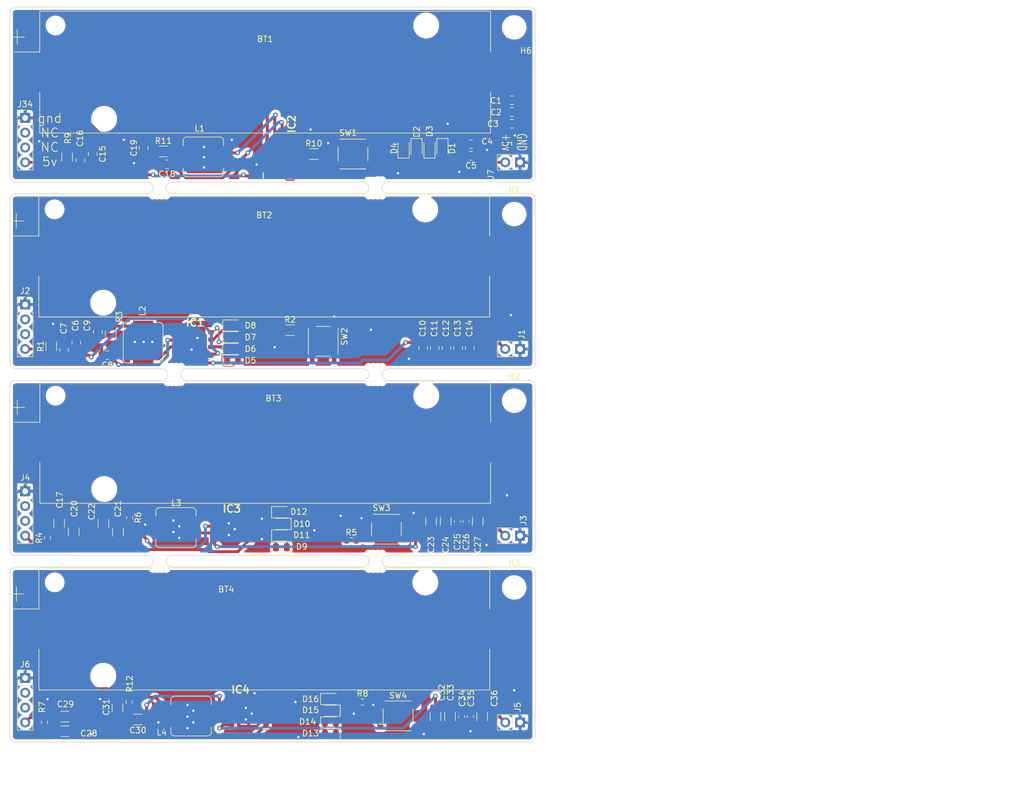
<source format=kicad_pcb>
(kicad_pcb (version 20211014) (generator pcbnew)
  (layers (0 "F.Cu" signal) (31 "B.Cu" signal) (34 "B.Paste" user) (35 "F.Paste" user) (36 "B.SilkS" user "B.Silkscreen") (37 "F.SilkS" user "F.Silkscreen") (38 "B.Mask" user) (39 "F.Mask" user) (44 "Edge.Cuts" user))
  (net 0 "")
  (net 1 "/power_batt_ind/battery + 5v")
  (net 2 "/power_batt_ind/gnd")
  (net 3 "Net-(C6-Pad1)")
  (net 4 "/power_batt_ind/5v input")
  (net 5 "/power_batt_ind/charger output +5v")
  (net 6 "Net-(D5-Pad1)")
  (net 7 "Net-(D5-Pad2)")
  (net 8 "Net-(D7-Pad2)")
  (net 11 "Net-(IC1-Pad7)")
  (net 12 "Net-(C15-Pad1)")
  (net 13 "Net-(IC1-Pad5)")
  (net 14 "Net-(R2-Pad2)")
  (net 15 "Net-(R10-Pad2)")
  (net 16 "/power_batt_size/battery + 5v")
  (net 17 "/power_batt_size/gnd")
  (net 18 "Net-(C8-Pad1)")
  (net 19 "Net-(C17-Pad1)")
  (net 20 "Net-(D1-Pad2)")
  (net 21 "Net-(D3-Pad2)")
  (net 22 "Net-(D1-Pad1)")
  (net 23 "/power_batt_size/5v input")
  (net 24 "Net-(C21-Pad1)")
  (net 25 "/power_batt_size/charger output +5v")
  (net 26 "Net-(D10-Pad2)")
  (net 27 "Net-(D10-Pad1)")
  (net 28 "Net-(D11-Pad2)")
  (net 31 "Net-(IC3-Pad7)")
  (net 32 "Net-(IC3-Pad5)")
  (net 33 "Net-(R5-Pad2)")
  (net 34 "Net-(C18-Pad1)")
  (net 35 "Net-(IC2-Pad5)")
  (net 36 "Net-(IC2-Pad7)")
  (net 37 "/power_battery/5v input")
  (net 38 "/power_battery/charger output +5v")
  (net 41 "/power_battery/gnd")
  (net 42 "/power_battery/battery + 5v")
  (net 43 "/power_batt_ind_size/battery + 5v")
  (net 44 "/power_batt_ind_size/gnd")
  (net 45 "Net-(C28-Pad1)")
  (net 46 "/power_batt_ind_size/5v input")
  (net 47 "Net-(C30-Pad1)")
  (net 48 "/power_batt_ind_size/charger output +5v")
  (net 49 "Net-(D13-Pad1)")
  (net 50 "Net-(D13-Pad2)")
  (net 51 "Net-(D15-Pad2)")
  (net 52 "Net-(IC4-Pad5)")
  (net 53 "Net-(IC4-Pad7)")
  (net 56 "Net-(R8-Pad2)")
  (footprint "Capacitor_SMD:C_0805_2012Metric" (layer "F.Cu") (at 339.979304 226.047534 90)
    (fp_text reference "C7")
    (fp_text value "10uF")
  )
  (footprint "MountingHole:MountingHole_3.2mm_M3" (layer "F.Cu") (at 417.129304 266.790034)
    (fp_text reference "H3")
    (fp_text value "MountingHole")
  )
  (footprint "clarinoid2:dev board power board template" (layer "F.Cu") (at 416.129304 170.790034)
    (fp_text reference "U39" hide)
    (fp_text value "power template")
  )
  (footprint "Capacitor_SMD:C_1206_3216Metric" (layer "F.Cu") (at 411.629304 288.920034 -90)
    (fp_text reference "C36")
    (fp_text value "0.1uF")
  )
  (footprint "LED_SMD:LED_0805_2012Metric" (layer "F.Cu") (at 377.219304 255.900034 180)
    (fp_text reference "D11")
    (fp_text value "75%")
  )
  (footprint "Connector_PinHeader_2.54mm:PinHeader_1x02_P2.54mm_Vertical" (layer "F.Cu") (at 418.129304 193.920034 -90)
    (fp_text reference "J7")
    (fp_text value "header_power tap MANUAL")
  )
  (footprint "LED_SMD:LED_0805_2012Metric" (layer "F.Cu") (at 377.219304 257.900034)
    (fp_text reference "D10")
    (fp_text value "50%")
  )
  (footprint "Resistor_SMD:R_1206_3216Metric" (layer "F.Cu") (at 382.789304 192.500034)
    (fp_text reference "R10")
    (fp_text value "10k")
  )
  (footprint "LED_SMD:LED_0805_2012Metric" (layer "F.Cu") (at 368.856804 225.900034)
    (fp_text reference "D6")
    (fp_text value "50%")
  )
  (footprint "Capacitor_SMD:C_0805_2012Metric" (layer "F.Cu") (at 401.519304 225.750034 -90)
    (fp_text reference "C10")
    (fp_text value "22uF")
  )
  (footprint "Capacitor_SMD:C_0805_2012Metric" (layer "F.Cu") (at 357.610304 194.260034 180)
    (fp_text reference "C18")
    (fp_text value "22uF")
  )
  (footprint "clarinoid2:mouse-bite-2mm-slot" (layer "F.Cu") (at 356.219304 262.300034)
    (fp_text reference "U65" hide)
    (fp_text value "mb1" hide)
  )
  (footprint "clarinoid2:XKB switch jlcpcb SW_TS-1187A-B-A-B" (layer "F.Cu") (at 397.219304 288.800034)
    (fp_text reference "SW4")
    (fp_text value "SW_Push")
  )
  (footprint "Resistor_SMD:R_1206_3216Metric" (layer "F.Cu") (at 378.719304 222.700034)
    (fp_text reference "R2")
    (fp_text value "10k")
  )
  (footprint "Battery:BatteryHolder_Keystone_1042_1x18650" (layer "F.Cu") (at 374.299304 273.920034)
    (fp_text reference "BT4")
    (fp_text value "Battery_Cell")
  )
  (footprint "Capacitor_SMD:C_0603_1608Metric" (layer "F.Cu") (at 408.879304 255.480034 -90)
    (fp_text reference "C26")
    (fp_text value "22uF")
  )
  (footprint "Capacitor_SMD:C_0603_1608Metric" (layer "F.Cu") (at 408.129304 288.920034 -90)
    (fp_text reference "C34")
    (fp_text value "22uF")
  )
  (footprint "clarinoid2:SOIC127P599X155-9N (IP5306)" (layer "F.Cu") (at 376.719304 193.225034 90)
    (fp_text reference "IC2")
    (fp_text value "Injoinic IP5306 battery charge" hide)
  )
  (footprint "Capacitor_SMD:C_0805_2012Metric" (layer "F.Cu") (at 403.519304 225.750034 -90)
    (fp_text reference "C11")
    (fp_text value "22uF")
  )
  (footprint "Battery:BatteryHolder_Keystone_1042_1x18650" (layer "F.Cu") (at 374.444449 178.465736)
    (fp_text reference "BT1")
    (fp_text value "Battery_Cell")
  )
  (footprint "clarinoid2:Inductor_MCS0630-1R0MN2" (layer "F.Cu") (at 363.825304 189.585034 180)
    (fp_text reference "L1")
    (fp_text value "1uH-Sunlord")
  )
  (footprint "Capacitor_SMD:C_1206_3216Metric" (layer "F.Cu") (at 339.129304 255.775034 90)
    (fp_text reference "C17")
    (fp_text value "10uF")
  )
  (footprint "LED_SMD:LED_0805_2012Metric" (layer "F.Cu") (at 368.856804 223.900034)
    (fp_text reference "D7")
    (fp_text value "75%")
  )
  (footprint "Capacitor_SMD:C_0805_2012Metric" (layer "F.Cu") (at 416.719304 187.300034)
    (fp_text reference "C3")
    (fp_text value "22uF")
  )
  (footprint "LED_SMD:LED_0805_2012Metric" (layer "F.Cu") (at 404.826137 191.522534 -90)
    (fp_text reference "D1")
    (fp_text value "25%")
  )
  (footprint "Resistor_SMD:R_0603_1608Metric" (layer "F.Cu") (at 389.219304 258.800034)
    (fp_text reference "R5")
    (fp_text value "10k")
  )
  (footprint "Capacitor_SMD:C_0805_2012Metric" (layer "F.Cu") (at 344.889304 192.500034 -90)
    (fp_text reference "C15")
    (fp_text value "10uF")
  )
  (footprint "LED_SMD:LED_0805_2012Metric" (layer "F.Cu") (at 385.629304 291.920034 180)
    (fp_text reference "D13")
    (fp_text value "25%")
  )
  (footprint "LED_SMD:LED_0805_2012Metric" (layer "F.Cu") (at 385.629304 287.920034 180)
    (fp_text reference "D15")
    (fp_text value "75%")
  )
  (footprint "Capacitor_SMD:C_0805_2012Metric" (layer "F.Cu") (at 407.519304 225.750034 -90)
    (fp_text reference "C13")
    (fp_text value "22uF")
  )
  (footprint "Resistor_SMD:R_0603_1608Metric" (layer "F.Cu") (at 336.629304 289.920034 -90)
    (fp_text reference "R7")
    (fp_text value "2R")
  )
  (footprint "Capacitor_SMD:C_1206_3216Metric" (layer "F.Cu") (at 346.719304 255.800034 -90)
    (fp_text reference "C22")
    (fp_text value "22uF")
  )
  (footprint "clarinoid2:SOIC127P599X155-9N (IP5306)" (layer "F.Cu") (at 362.18101 224.946859 180)
    (fp_text reference "IC1")
    (fp_text value "Injoinic IP5306 battery charge" hide)
  )
  (footprint "clarinoid2:mouse-bite-2mm-slot" (layer "F.Cu") (at 393.219304 198.300034)
    (fp_text reference "U55" hide)
    (fp_text value "mb1" hide)
  )
  (footprint "Capacitor_SMD:C_0805_2012Metric" (layer "F.Cu") (at 409.719304 192.800034 180)
    (fp_text reference "C5")
    (fp_text value "0.1uF")
  )
  (footprint "Capacitor_SMD:C_0805_2012Metric" (layer "F.Cu") (at 342.079304 224.847534 -90)
    (fp_text reference "C6")
    (fp_text value "10uF")
  )
  (footprint "Resistor_SMD:R_0603_1608Metric" (layer "F.Cu") (at 337.129304 258.275034 90)
    (fp_text reference "R4")
    (fp_text value "2R")
  )
  (footprint "Connector_PinHeader_2.54mm:PinHeader_1x02_P2.54mm_Vertical" (layer "F.Cu") (at 418.129304 257.920034 -90)
    (fp_text reference "J3")
    (fp_text value "header_power tap MANUAL")
  )
  (footprint "Resistor_SMD:R_0603_1608Metric" (layer "F.Cu") (at 391.129304 286.420034)
    (fp_text reference "R8")
    (fp_text value "10k")
  )
  (footprint "LED_SMD:LED_0805_2012Metric" (layer "F.Cu") (at 402.610304 191.522534 90)
    (fp_text reference "D2")
    (fp_text value "50%")
  )
  (footprint "clarinoid2:SOIC127P599X155-9N (IP5306)" (layer "F.Cu") (at 368.719304 256.800034 180)
    (fp_text reference "IC3")
    (fp_text value "Injoinic IP5306 battery charge" hide)
  )
  (footprint "Resistor_SMD:R_0603_1608Metric" (layer "F.Cu") (at 351.129304 286.420034 -90)
    (fp_text reference "R12")
    (fp_text value "0.5R")
  )
  (footprint "Capacitor_SMD:C_0805_2012Metric" (layer "F.Cu") (at 409.719304 190.800034 180)
    (fp_text reference "C4")
    (fp_text value "22uF")
  )
  (footprint "Capacitor_SMD:C_0805_2012Metric" (layer "F.Cu") (at 347.379304 226.985034 180)
    (fp_text reference "C8")
    (fp_text value "22uF")
  )
  (footprint "LED_SMD:LED_0805_2012Metric" (layer "F.Cu") (at 385.629304 289.920034)
    (fp_text reference "D14")
    (fp_text value "50%")
  )
  (footprint "Capacitor_SMD:C_1206_3216Metric" (layer "F.Cu") (at 406.129304 288.920034 -90)
    (fp_text reference "C33")
    (fp_text value "22uF")
  )
  (footprint "Capacitor_SMD:C_0805_2012Metric" (layer "F.Cu") (at 405.519304 225.750034 -90)
    (fp_text reference "C12")
    (fp_text value "22uF")
  )
  (footprint "Capacitor_SMD:C_1206_3216Metric" (layer "F.Cu") (at 340.104304 288.920034)
    (fp_text reference "C29")
    (fp_text value "10uF")
  )
  (footprint "clarinoid2:Inductor_MCS0630-1R0MN2" (layer "F.Cu") (at 361.719304 285.420034 180)
    (fp_text reference "L4")
    (fp_text value "1uH-psa")
  )
  (footprint "Capacitor_SMD:C_1206_3216Metric" (layer "F.Cu") (at 349.129304 287.420034 -90)
    (fp_text reference "C31")
    (fp_text value "22uF")
  )
  (footprint "clarinoid2:dev board power board template" (layer "F.Cu") (at 416.129304 202.790034)
    (fp_text reference "U1" hide)
    (fp_text value "power template")
  )
  (footprint "Capacitor_SMD:C_0805_2012Metric" (layer "F.Cu") (at 416.719304 183.300034)
    (fp_text reference "C1")
    (fp_text value "22uF")
  )
  (footprint "Capacitor_SMD:C_1206_3216Metric" (layer "F.Cu") (at 352.629304 289.420034 180)
    (fp_text reference "C30")
    (fp_text value "22uF")
  )
  (footprint "clarinoid2:mouse-bite-2mm-slot" (layer "F.Cu") (at 393.219304 262.300034)
    (fp_text reference "U49" hide)
    (fp_text value "mb1" hide)
  )
  (footprint "MountingHole:MountingHole_3.2mm_M3" (layer "F.Cu") (at 417.129304 202.790034)
    (fp_text reference "H1")
    (fp_text value "MountingHole")
  )
  (footprint "clarinoid2:mouse-bite-2mm-slot" (layer "F.Cu") (at 393.219304 230.300034)
    (fp_text reference "U62" hide)
    (fp_text value "mb1" hide)
  )
  (footprint "LED_SMD:LED_0805_2012Metric" (layer "F.Cu") (at 398.178638 191.522534 90)
    (fp_text reference "D4")
    (fp_text value "100%")
  )
  (footprint "Connector_PinHeader_2.54mm:PinHeader_1x04_P2.54mm_Vertical" (layer "F.Cu") (at 333.309304 250.300034)
    (fp_text reference "J4")
    (fp_text value "4p MANUAL")
  )
  (footprint "MountingHole:MountingHole_3.2mm_M3" (layer "F.Cu") (at 417.129304 234.790034)
    (fp_text reference "H2")
    (fp_text value "MountingHole")
  )
  (footprint "Capacitor_SMD:C_1206_3216Metric" (layer "F.Cu") (at 340.129304 291.420034)
    (fp_text reference "C28")
    (fp_text value "10uF")
  )
  (footprint "clarinoid2:mouse-bite-2mm-slot" (layer "F.Cu") (at 356.219304 198.300034)
    (fp_text reference "U68" hide)
    (fp_text value "mb1" hide)
  )
  (footprint "Capacitor_SMD:C_0805_2012Metric" (layer "F.Cu") (at 409.519304 225.750034 -90)
    (fp_text reference "C14")
    (fp_text value "0.1uF")
  )
  (footprint "Connector_PinHeader_2.54mm:PinHeader_1x04_P2.54mm_Vertical" (layer "F.Cu") (at 333.309304 282.300034)
    (fp_text reference "J6")
    (fp_text value "4p MANUAL")
  )
  (footprint "Connector_PinHeader_2.54mm:PinHeader_1x04_P2.54mm_Vertical" (layer "F.Cu") (at 333.309304 186.300034)
    (fp_text reference "J34")
    (fp_text value "4p MANUAL")
  )
  (footprint "LED_SMD:LED_0805_2012Metric" (layer "F.Cu") (at 377.219304 259.900034 180)
    (fp_text reference "D9")
    (fp_text value "25%")
  )
  (footprint "Resistor_SMD:R_0603_1608Metric" (layer "F.Cu") (at 351.219304 254.800034 -90)
    (fp_text reference "R6")
    (fp_text value "0.5R")
  )
  (footprint "clarinoid2:XKB switch jlcpcb SW_TS-1187A-B-A-B" (layer "F.Cu") (at 395.219304 256.800034)
    (fp_text reference "SW3")
    (fp_text value "SW_Push")
  )
  (footprint "Resistor_SMD:R_1206_3216Metric" (layer "F.Cu") (at 357.010304 192.060034)
    (fp_text reference "R11")
    (fp_text value "0.5R")
  )
  (footprint "Resistor_SMD:R_1206_3216Metric" (layer "F.Cu") (at 347.979304 223.585034 -90)
    (fp_text reference "R3")
    (fp_text value "0.5R")
  )
  (footprint "clarinoid2:dev board power board template" (layer "F.Cu") (at 416.129304 234.790034)
    (fp_text reference "U2" hide)
    (fp_text value "power template")
  )
  (footprint "Capacitor_SMD:C_0805_2012Metric" (layer "F.Cu") (at 345.779304 222.985034 -90)
    (fp_text reference "C9")
    (fp_text value "22uF")
  )
  (footprint "Battery:BatteryHolder_Keystone_1042_1x18650" (layer "F.Cu") (at 374.279304 209.985034)
    (fp_text reference "BT2")
    (fp_text value "Battery_Cell")
  )
  (footprint "Battery:BatteryHolder_Keystone_1042_1x18650" (layer "F.Cu") (at 374.459304 241.920034)
    (fp_text reference "BT3")
    (fp_text value "Battery_Cell")
  )
  (footprint "clarinoid2:SOIC127P599X155-9N (IP5306)" (layer "F.Cu") (at 371.629304 288.420034 180)
    (fp_text reference "IC4")
    (fp_text value "Injoinic IP5306 battery charge" hide)
  )
  (footprint "Capacitor_SMD:C_0603_1608Metric" (layer "F.Cu") (at 407.379304 255.480034 -90)
    (fp_text reference "C25")
    (fp_text value "22uF")
  )
  (footprint "LED_SMD:LED_0805_2012Metric" (layer "F.Cu") (at 400.394471 191.522534 -90)
    (fp_text reference "D3")
    (fp_text value "75%")
  )
  (footprint "Capacitor_SMD:C_1206_3216Metric" (layer "F.Cu") (at 349.219304 257.300034 -90)
    (fp_text reference "C21")
    (fp_text value "22uF")
  )
  (footprint "Resistor_SMD:R_1206_3216Metric" (layer "F.Cu") (at 337.779304 225.447534 90)
    (fp_text reference "R1")
    (fp_text value "2R")
  )
  (footprint "MountingHole:MountingHole_3.2mm_M3" (layer "F.Cu") (at 417.129304 170.790034)
    (fp_text reference "H6")
    (fp_text value "MountingHole")
  )
  (footprint "clarinoid2:Inductor_MCS0630-1R0MN2" (layer "F.Cu") (at 356.934304 224.800034 90)
    (fp_text reference "L2")
    (fp_text value "1uH-psa")
  )
  (footprint "LED_SMD:LED_0805_2012Metric" (layer "F.Cu") (at 377.219304 253.900034)
    (fp_text reference "D12")
    (fp_text value "100%")
  )
  (footprint "Capacitor_SMD:C_1206_3216Metric" (layer "F.Cu") (at 402.879304 255.480034 -90)
    (fp_text reference "C23")
    (fp_text value "22uF")
  )
  (footprint "Capacitor_SMD:C_1206_3216Metric" (layer "F.Cu") (at 341.629304 257.275034 90)
    (fp_text reference "C20")
    (fp_text value "10uF")
  )
  (footprint "LED_SMD:LED_0805_2012Metric" (layer "F.Cu") (at 385.629304 285.920034)
    (fp_text reference "D16")
    (fp_text value "100%")
  )
  (footprint "Capacitor_SMD:C_1206_3216Metric" (layer "F.Cu") (at 403.629304 288.920034 -90)
    (fp_text reference "C32")
    (fp_text value "22uF")
  )
  (footprint "Resistor_SMD:R_1206_3216Metric" (layer "F.Cu") (at 340.489304 193.000034 90)
    (fp_text reference "R9")
    (fp_text value "2R")
  )
  (footprint "Connector_PinHeader_2.54mm:PinHeader_1x02_P2.54mm_Vertical" (layer "F.Cu") (at 418.129304 225.920034 -90)
    (fp_text reference "J1")
    (fp_text value "header_power tap MANUAL")
  )
  (footprint "clarinoid2:Inductor_MCS0630-1R0MN2" (layer "F.Cu") (at 359.129304 253.105034 180)
    (fp_text reference "L3")
    (fp_text value "1uH-Sunlord")
  )
  (footprint "Capacitor_SMD:C_1206_3216Metric" (layer "F.Cu") (at 405.379304 255.480034 -90)
    (fp_text reference "C24")
    (fp_text value "22uF")
  )
  (footprint "LED_SMD:LED_0805_2012Metric" (layer "F.Cu") (at 368.856804 227.900034)
    (fp_text reference "D5")
    (fp_text value "25%")
  )
  (footprint "Capacitor_SMD:C_1206_3216Metric" (layer "F.Cu") (at 410.879304 255.480034 -90)
    (fp_text reference "C27")
    (fp_text value "0.1uF")
  )
  (footprint "clarinoid2:mouse-bite-2mm-slot" (layer "F.Cu") (at 358.719304 230.300034)
    (fp_text reference "U53" hide)
    (fp_text value "mb1" hide)
  )
  (footprint "Connector_PinHeader_2.54mm:PinHeader_1x04_P2.54mm_Vertical" (layer "F.Cu") (at 333.309304 218.300034)
    (fp_text reference "J2")
    (fp_text value "4p MANUAL")
  )
  (footprint "Capacitor_SMD:C_0805_2012Metric" (layer "F.Cu") (at 353.610304 191.460034 90)
    (fp_text reference "C19")
    (fp_text value "22uF")
  )
  (footprint "clarinoid2:XKB switch jlcpcb SW_TS-1187A-B-A-B" (layer "F.Cu") (at 384.394304 224.600034 -90)
    (fp_text reference "SW2")
    (fp_text value "SW_Push")
  )
  (footprint "Capacitor_SMD:C_0805_2012Metric" (layer "F.Cu") (at 342.789304 193.550034 90)
    (fp_text reference "C16")
    (fp_text value "10uF")
  )
  (footprint "Connector_PinHeader_2.54mm:PinHeader_1x02_P2.54mm_Vertical" (layer "F.Cu") (at 418.129304 289.920034 -90)
    (fp_text reference "J5")
    (fp_text value "header_power tap MANUAL")
  )
  (footprint "Capacitor_SMD:C_0603_1608Metric" (layer "F.Cu") (at 409.629304 288.920034 -90)
    (fp_text reference "C35")
    (fp_text value "22uF")
  )
  (footprint "clarinoid2:XKB switch jlcpcb SW_TS-1187A-B-A-B" (layer "F.Cu") (at 389.489304 192.500034)
    (fp_text reference "SW1")
    (fp_text value "SW_Push")
  )
  (footprint "Capacitor_SMD:C_0805_2012Metric" (layer "F.Cu") (at 416.719304 185.300034)
    (fp_text reference "C2")
    (fp_text value "22uF")
  )
  (footprint "clarinoid2:dev board power board template" (layer "F.Cu") (at 416.129304 266.790034)
    (fp_text reference "U3" hide)
    (fp_text value "power template")
  )
  (footprint "LED_SMD:LED_0805_2012Metric" (layer "F.Cu") (at 368.856804 221.900034)
    (fp_text reference "D8")
    (fp_text value "100%")
  )
  (gr_arc (start 395.469304 263.300034) (mid 394.469304 262.300034) (end 395.469304 261.300034) (layer "Edge.Cuts") (width 0.1))
  (gr_line (start 420.719304 200.300034) (end 420.719304 228.300034) (layer "Edge.Cuts") (width 0.1))
  (gr_line (start 346.969304 167.300034) (end 410.969304 167.300034) (layer "Edge.Cuts") (width 0.1))
  (gr_line (start 395.469304 229.300034) (end 419.719304 229.300034) (layer "Edge.Cuts") (width 0.1))
  (gr_line (start 331.719304 263.300034) (end 354.219304 263.300034) (layer "Edge.Cuts") (width 0.1))
  (gr_arc (start 331.719304 229.300034) (mid 331.012197 229.007141) (end 330.719304 228.300034) (layer "Edge.Cuts") (width 0.1))
  (gr_line (start 358.469304 197.300034) (end 391.219304 197.300034) (layer "Edge.Cuts") (width 0.1))
  (gr_line (start 420.719304 184.300034) (end 420.719274 168.300064) (layer "Edge.Cuts") (width 0.1))
  (gr_arc (start 391.219304 197.300034) (mid 392.219304 198.300034) (end 391.219304 199.300034) (layer "Edge.Cuts") (width 0.1))
  (gr_line (start 420.719244 196.300034) (end 420.719304 184.300034) (layer "Edge.Cuts") (width 0.1))
  (gr_line (start 420.719304 232.300034) (end 420.719304 260.300034) (layer "Edge.Cuts") (width 0.1))
  (gr_line (start 330.719304 292.300034) (end 330.719304 264.300034) (layer "Edge.Cuts") (width 0.1))
  (gr_arc (start 330.719304 168.300034) (mid 331.012185 167.592907) (end 331.719304 167.300034) (layer "Edge.Cuts") (width 0.1))
  (gr_arc (start 391.219304 229.300034) (mid 392.219304 230.300034) (end 391.219304 231.300034) (layer "Edge.Cuts") (width 0.1))
  (gr_arc (start 331.719304 197.300034) (mid 331.012218 197.007138) (end 330.719304 196.300034) (layer "Edge.Cuts") (width 0.1))
  (gr_arc (start 358.469304 263.300034) (mid 357.469304 262.300034) (end 358.469304 261.300034) (layer "Edge.Cuts") (width 0.1))
  (gr_arc (start 391.219304 261.300034) (mid 392.219304 262.300034) (end 391.219304 263.300034) (layer "Edge.Cuts") (width 0.1))
  (gr_line (start 419.719304 231.300034) (end 395.469304 231.300034) (layer "Edge.Cuts") (width 0.1))
  (gr_arc (start 395.469304 231.300034) (mid 394.469304 230.300034) (end 395.469304 229.300034) (layer "Edge.Cuts") (width 0.1))
  (gr_line (start 331.719304 231.300034) (end 356.719304 231.300034) (layer "Edge.Cuts") (width 0.1))
  (gr_arc (start 356.719304 229.300034) (mid 357.719304 230.300034) (end 356.719304 231.300034) (layer "Edge.Cuts") (width 0.1))
  (gr_line (start 330.719304 260.300034) (end 330.719304 232.300034) (layer "Edge.Cuts") (width 0.1))
  (gr_arc (start 330.719304 264.300034) (mid 331.012197 263.592927) (end 331.719304 263.300034) (layer "Edge.Cuts") (width 0.1))
  (gr_line (start 346.969304 167.300034) (end 331.719304 167.300034) (layer "Edge.Cuts") (width 0.1))
  (gr_line (start 331.719304 197.300034) (end 354.219304 197.300034) (layer "Edge.Cuts") (width 0.1))
  (gr_arc (start 358.469304 199.300034) (mid 357.469304 198.300034) (end 358.469304 197.300034) (layer "Edge.Cuts") (width 0.1))
  (gr_arc (start 330.719304 232.300034) (mid 331.012197 231.592927) (end 331.719304 231.300034) (layer "Edge.Cuts") (width 0.1))
  (gr_arc (start 419.719304 263.300034) (mid 420.426411 263.592927) (end 420.719304 264.300034) (layer "Edge.Cuts") (width 0.1))
  (gr_arc (start 331.719304 293.300034) (mid 331.012197 293.007141) (end 330.719304 292.300034) (layer "Edge.Cuts") (width 0.1))
  (gr_line (start 391.219304 199.300034) (end 358.469304 199.300034) (layer "Edge.Cuts") (width 0.1))
  (gr_arc (start 420.719304 292.300034) (mid 420.426411 293.007141) (end 419.719304 293.300034) (layer "Edge.Cuts") (width 0.1))
  (gr_arc (start 419.719304 199.300034) (mid 420.426411 199.592927) (end 420.719304 200.300034) (layer "Edge.Cuts") (width 0.1))
  (gr_arc (start 419.719304 231.300034) (mid 420.426411 231.592927) (end 420.719304 232.300034) (layer "Edge.Cuts") (width 0.1))
  (gr_arc (start 360.969304 231.300034) (mid 359.969304 230.300034) (end 360.969304 229.300034) (layer "Edge.Cuts") (width 0.1))
  (gr_line (start 358.469304 261.300034) (end 391.219304 261.300034) (layer "Edge.Cuts") (width 0.1))
  (gr_line (start 331.719304 261.300034) (end 354.219304 261.300034) (layer "Edge.Cuts") (width 0.1))
  (gr_line (start 391.219304 263.300034) (end 358.469304 263.300034) (layer "Edge.Cuts") (width 0.1))
  (gr_line (start 331.719304 199.300034) (end 354.219304 199.300034) (layer "Edge.Cuts") (width 0.1))
  (gr_line (start 360.969304 229.300034) (end 391.219304 229.300034) (layer "Edge.Cuts") (width 0.1))
  (gr_arc (start 420.719304 228.300034) (mid 420.426411 229.007141) (end 419.719304 229.300034) (layer "Edge.Cuts") (width 0.1))
  (gr_line (start 419.719304 293.300034) (end 331.719304 293.300034) (layer "Edge.Cuts") (width 0.1))
  (gr_line (start 330.719304 168.300034) (end 330.719304 196.300034) (layer "Edge.Cuts") (width 0.1))
  (gr_line (start 395.469304 197.300034) (end 419.719304 197.300034) (layer "Edge.Cuts") (width 0.1))
  (gr_line (start 330.719304 228.300034) (end 330.719304 200.300034) (layer "Edge.Cuts") (width 0.1))
  (gr_arc (start 395.469304 199.300034) (mid 394.469304 198.300034) (end 395.469304 197.300034) (layer "Edge.Cuts") (width 0.1))
  (gr_arc (start 330.719304 200.300034) (mid 331.012197 199.592927) (end 331.719304 199.300034) (layer "Edge.Cuts") (width 0.1))
  (gr_line (start 419.719304 263.300034) (end 395.469304 263.300034) (layer "Edge.Cuts") (width 0.1))
  (gr_line (start 420.719304 264.300034) (end 420.719304 292.300034) (layer "Edge.Cuts") (width 0.1))
  (gr_arc (start 420.719304 260.300034) (mid 420.426411 261.007141) (end 419.719304 261.300034) (layer "Edge.Cuts") (width 0.1))
  (gr_arc (start 419.719274 167.300064) (mid 420.426375 167.592952) (end 420.719274 168.300064) (layer "Edge.Cuts") (width 0.1))
  (gr_line (start 419.719304 199.300034) (end 395.469304 199.300034) (layer "Edge.Cuts") (width 0.1))
  (gr_line (start 331.719304 229.300034) (end 356.719304 229.300034) (layer "Edge.Cuts") (width 0.1))
  (gr_arc (start 420.719244 196.300034) (mid 420.426391 197.007138) (end 419.719304 197.300034) (layer "Edge.Cuts") (width 0.1))
  (gr_arc (start 354.219304 197.300034) (mid 355.219304 198.300034) (end 354.219304 199.300034) (layer "Edge.Cuts") (width 0.1))
  (gr_line (start 395.469304 261.300034) (end 419.719304 261.300034) (layer "Edge.Cuts") (width 0.1))
  (gr_line (start 419.719274 167.300064) (end 410.969304 167.300034) (layer "Edge.Cuts") (width 0.1))
  (gr_line (start 391.219304 231.300034) (end 360.969304 231.300034) (layer "Edge.Cuts") (width 0.1))
  (gr_arc (start 354.219304 261.300034) (mid 355.219304 262.300034) (end 354.219304 263.300034) (layer "Edge.Cuts") (width 0.1))
  (gr_arc (start 331.719304 261.300034) (mid 331.012197 261.007141) (end 330.719304 260.300034) (layer "Edge.Cuts") (width 0.1))
  (gr_text "GND\n+5v\n" (at 417.119304 192.100034 270) (layer "F.SilkS") (effects (font (size 1.6 1)) (justify right)))
  (gr_text "gnd\nNC\nNC\n5v" (at 337.519304 190.100034) (layer "F.SilkS") (effects (font (size 1.54 1.54))))
  (segment (start 345.779304 222.035034) (end 347.891804 222.035034) (width 0.5) (layer "F.Cu") (net 1))
  (segment (start 347.979304 222.122534) (end 348.101804 222.000034) (width 0.5) (layer "F.Cu") (net 1))
  (segment (start 347.891804 222.035034) (end 347.979304 222.122534) (width 0.5) (layer "F.Cu") (net 1))
  (segment (start 334.949304 211.205034) (end 345.779304 222.035034) (width 0.5) (layer "F.Cu") (net 1))
  (segment (start 348.101804 222.000034) (end 353.534304 222.000034) (width 0.5) (layer "F.Cu") (net 1))
  (segment (start 334.949304 209.985034) (end 334.949304 211.205034) (width 0.5) (layer "F.Cu") (net 1))
  (segment (start 341.379304 225.097534) (end 342.079304 225.797534) (width 0.5) (layer "F.Cu") (net 2))
  (segment (start 339.979304 225.097534) (end 341.379304 225.097534) (width 0.5) (layer "F.Cu") (net 2))
  (via (at 352.119304 224.700034) (size 0.8) (drill 0.4) (layers "F.Cu" "B.Cu") (net 2))
  (via (at 362.829304 224.020034) (size 0.8) (drill 0.4) (layers "F.Cu" "B.Cu") (net 2))
  (via (at 338.079304 221.605034) (size 0.8) (drill 0.4) (layers "F.Cu" "B.Cu") (net 2))
  (via (at 353.619304 224.700034) (size 0.8) (drill 0.4) (layers "F.Cu" "B.Cu") (net 2))
  (via (at 399.079304 227.605034) (size 0.8) (drill 0.4) (layers "F.Cu" "B.Cu") (net 2))
  (via (at 392.579304 222.605034) (size 0.8) (drill 0.4) (layers "F.Cu" "B.Cu") (net 2))
  (via (at 416.579304 220.105034) (size 0.8) (drill 0.4) (layers "F.Cu" "B.Cu") (net 2))
  (via (at 355.119304 224.700034) (size 0.8) (drill 0.4) (layers "F.Cu" "B.Cu") (net 2))
  (via (at 376.079304 225.605034) (size 0.8) (drill 0.4) (layers "F.Cu" "B.Cu") (net 2))
  (via (at 361.829304 226.020034) (size 0.8) (drill 0.4) (layers "F.Cu" "B.Cu") (net 2))
  (segment (start 341.991804 223.985034) (end 342.079304 223.897534) (width 0.5) (layer "F.Cu") (net 3))
  (segment (start 337.779304 223.985034) (end 341.991804 223.985034) (width 0.5) (layer "F.Cu") (net 3))
  (segment (start 336.789304 225.920034) (end 337.779304 226.910034) (width 0.5) (layer "F.Cu") (net 4))
  (segment (start 344.316804 226.997534) (end 344.619304 227.300034) (width 0.5) (layer "F.Cu") (net 4))
  (segment (start 339.891804 226.910034) (end 339.979304 226.997534) (width 0.5) (layer "F.Cu") (net 4))
  (segment (start 366.364334 226.66361) (end 366.22291 226.805034) (width 0.5) (layer "F.Cu") (net 4))
  (segment (start 339.979304 226.997534) (end 344.316804 226.997534) (width 0.5) (layer "F.Cu") (net 4))
  (segment (start 366.22291 226.805034) (end 365.019304 226.805034) (width 0.5) (layer "F.Cu") (net 4))
  (segment (start 333.309304 225.920034) (end 336.789304 225.920034) (width 0.5) (layer "F.Cu") (net 4))
  (segment (start 337.779304 226.910034) (end 339.891804 226.910034) (width 0.5) (layer "F.Cu") (net 4))
  (via (at 366.364334 226.66361) (size 0.8) (drill 0.4) (layers "F.Cu" "B.Cu") (net 4))
  (via (at 344.619304 227.300034) (size 0.8) (drill 0.4) (layers "F.Cu" "B.Cu") (net 4))
  (segment (start 365.219304 223.200034) (end 362.719304 220.700034) (width 0.5) (layer "B.Cu") (net 4))
  (segment (start 351.219304 220.700034) (end 344.619304 227.300034) (width 0.5) (layer "B.Cu") (net 4))
  (segment (start 365.219304 225.51858) (end 365.219304 223.200034) (width 0.5) (layer "B.Cu") (net 4))
  (segment (start 366.364334 226.66361) (end 365.219304 225.51858) (width 0.5) (layer "B.Cu") (net 4))
  (segment (start 362.719304 220.700034) (end 351.219304 220.700034) (width 0.5) (layer "B.Cu") (net 4))
  (segment (start 403.519304 224.800034) (end 405.519304 224.800034) (width 0.5) (layer "F.Cu") (net 5))
  (segment (start 405.519304 224.800034) (end 407.519304 224.800034) (width 0.5) (layer "F.Cu") (net 5))
  (segment (start 414.469304 224.800034) (end 415.589304 225.920034) (width 0.5) (layer "F.Cu") (net 5))
  (segment (start 359.419304 226.805034) (end 360.914304 228.300034) (width 0.5) (layer "F.Cu") (net 5))
  (segment (start 409.519304 224.800034) (end 414.469304 224.800034) (width 0.5) (layer "F.Cu") (net 5))
  (segment (start 401.519304 224.800034) (end 403.519304 224.800034) (width 0.5) (layer "F.Cu") (net 5))
  (segment (start 398.519304 224.800034) (end 401.519304 224.800034) (width 0.5) (layer "F.Cu") (net 5))
  (segment (start 407.519304 224.800034) (end 409.519304 224.800034) (width 0.5) (layer "F.Cu") (net 5))
  (segment (start 360.914304 228.300034) (end 365.519304 228.300034) (width 0.5) (layer "F.Cu") (net 5))
  (via (at 365.519304 228.300034) (size 0.8) (drill 0.4) (layers "F.Cu" "B.Cu") (net 5))
  (via (at 398.519304 224.800034) (size 0.8) (drill 0.4) (layers "F.Cu" "B.Cu") (net 5))
  (segment (start 390.719304 228.300034) (end 391.219304 227.800034) (width 0.5) (layer "B.Cu") (net 5))
  (segment (start 395.519304 227.800034) (end 398.519304 224.800034) (width 0.5) (layer "B.Cu") (net 5))
  (segment (start 391.219304 227.800034) (end 395.519304 227.800034) (width 0.5) (layer "B.Cu") (net 5))
  (segment (start 365.519304 228.300034) (end 390.719304 228.300034) (width 0.5) (layer "B.Cu") (net 5))
  (segment (start 367.919304 223.900034) (end 367.919304 224.025034) (width 0.2) (layer "F.Cu") (net 6))
  (segment (start 367.133804 224.685534) (end 367.919304 223.900034) (width 0.2) (layer "F.Cu") (net 6))
  (segment (start 369.794304 222.025034) (end 367.919304 223.900034) (width 0.2) (layer "F.Cu") (net 6))
  (segment (start 365.524304 222.995034) (end 366.219304 222.300034) (width 0.2) (layer "F.Cu") (net 6))
  (segment (start 369.794304 225.900034) (end 369.794304 226.025034) (width 0.2) (layer "F.Cu") (net 6))
  (segment (start 367.919304 224.025034) (end 369.794304 225.900034) (width 0.2) (layer "F.Cu") (net 6))
  (segment (start 369.794304 226.025034) (end 367.919304 227.900034) (width 0.2) (layer "F.Cu") (net 6))
  (segment (start 369.794304 221.900034) (end 369.794304 222.025034) (width 0.2) (layer "F.Cu") (net 6))
  (segment (start 366.519304 224.685534) (end 367.133804 224.685534) (width 0.2) (layer "F.Cu") (net 6))
  (via (at 366.519304 224.685534) (size 0.8) (drill 0.4) (layers "F.Cu" "B.Cu") (net 6))
  (via (at 366.219304 222.300034) (size 0.8) (drill 0.4) (layers "F.Cu" "B.Cu") (net 6))
  (segment (start 366.219304 222.300034) (end 366.519304 222.600034) (width 0.2) (layer "B.Cu") (net 6))
  (segment (start 366.519304 222.600034) (end 366.519304 224.685534) (width 0.2) (layer "B.Cu") (net 6))
  (segment (start 368.794304 228.900034) (end 367.450325 228.900034) (width 0.2) (layer "F.Cu") (net 7))
  (segment (start 367.450325 228.900034) (end 367.056804 228.506513) (width 0.2) (layer "F.Cu") (net 7))
  (segment (start 367.056804 228.506513) (end 367.056804 226.762534) (width 0.2) (layer "F.Cu") (net 7))
  (segment (start 369.794304 227.900034) (end 368.794304 228.900034) (width 0.2) (layer "F.Cu") (net 7))
  (segment (start 365.019304 225.535034) (end 367.554304 225.535034) (width 0.5) (layer "F.Cu") (net 7))
  (segment (start 367.554304 225.535034) (end 367.919304 225.900034) (width 0.5) (layer "F.Cu") (net 7))
  (segment (start 367.056804 226.762534) (end 367.919304 225.900034) (width 0.2) (layer "F.Cu") (net 7))
  (segment (start 368.919304 220.900034) (end 367.919304 221.900034) (width 0.2) (layer "F.Cu") (net 8))
  (segment (start 370.356804 220.900034) (end 368.919304 220.900034) (width 0.2) (layer "F.Cu") (net 8))
  (segment (start 370.581804 221.125034) (end 370.356804 220.900034) (width 0.2) (layer "F.Cu") (net 8))
  (segment (start 365.594304 224.265034) (end 367.919304 221.940034) (width 0.5) (layer "F.Cu") (net 8))
  (segment (start 370.581804 223.112534) (end 370.581804 221.125034) (width 0.2) (layer "F.Cu") (net 8))
  (segment (start 367.919304 221.940034) (end 367.919304 221.900034) (width 0.5) (layer "F.Cu") (net 8))
  (segment (start 369.794304 223.900034) (end 370.581804 223.112534) (width 0.2) (layer "F.Cu") (net 8))
  (segment (start 365.019304 224.265034) (end 365.594304 224.265034) (width 0.5) (layer "F.Cu") (net 8))
  (segment (start 353.534304 227.600034) (end 356.219304 227.600034) (width 0.5) (layer "F.Cu") (net 11))
  (segment (start 358.284304 225.535034) (end 359.419304 225.535034) (width 0.5) (layer "F.Cu") (net 11))
  (segment (start 356.219304 227.600034) (end 358.284304 225.535034) (width 0.5) (layer "F.Cu") (net 11))
  (segment (start 340.489304 191.537534) (end 344.876804 191.537534) (width 0.5) (layer "F.Cu") (net 12))
  (segment (start 344.876804 191.537534) (end 344.889304 191.550034) (width 0.5) (layer "F.Cu") (net 12))
  (segment (start 359.419304 222.995034) (end 361.914304 220.500034) (width 0.2) (layer "F.Cu") (net 13))
  (segment (start 361.914304 220.500034) (end 375.056804 220.500034) (width 0.2) (layer "F.Cu") (net 13))
  (segment (start 375.056804 220.500034) (end 377.256804 222.700034) (width 0.2) (layer "F.Cu") (net 13))
  (segment (start 382.519304 221.600034) (end 381.281804 221.600034) (width 0.5) (layer "F.Cu") (net 14))
  (segment (start 381.281804 221.600034) (end 380.181804 222.700034) (width 0.5) (layer "F.Cu") (net 14))
  (segment (start 384.251804 192.500034) (end 386.126804 194.375034) (width 0.2) (layer "F.Cu") (net 15))
  (segment (start 335.129304 241.920034) (end 335.129304 242.685034) (width 0.5) (layer "F.Cu") (net 16))
  (segment (start 347.069304 253.975034) (end 351.219304 253.975034) (width 0.5) (layer "F.Cu") (net 16))
  (segment (start 335.129304 242.685034) (end 346.744304 254.300034) (width 0.5) (layer "F.Cu") (net 16))
  (segment (start 346.719304 254.325034) (end 347.069304 253.975034) (width 0.5) (layer "F.Cu") (net 16))
  (segment (start 353.799304 253.975034) (end 356.329304 256.505034) (width 0.5) (layer "F.Cu") (net 16))
  (segment (start 351.219304 253.975034) (end 353.799304 253.975034) (width 0.5) (layer "F.Cu") (net 16))
  (via (at 358.719304 255.300034) (size 0.8) (drill 0.4) (layers "F.Cu" "B.Cu") (net 17))
  (via (at 382.879304 257.005034) (size 0.8) (drill 0.4) (layers "F.Cu" "B.Cu") (net 17))
  (via (at 359.719304 258.300034) (size 0.8) (drill 0.4) (layers "F.Cu" "B.Cu") (net 17))
  (via (at 373.879304 255.005034) (size 0.8) (drill 0.4) (layers "F.Cu" "B.Cu") (net 17))
  (via (at 353.879304 256.005034) (size 0.8) (drill 0.4) (layers "F.Cu" "B.Cu") (net 17))
  (via (at 387.379304 254.505034) (size 0.8) (drill 0.4) (layers "F.Cu" "B.Cu") (net 17))
  (via (at 359.719304 256.300034) (size 0.8) (drill 0.4) (layers "F.Cu" "B.Cu") (net 17))
  (via (at 415.879304 251.005034) (size 0.8) (drill 0.4) (layers "F.Cu" "B.Cu") (net 17))
  (via (at 358.719304 257.300034) (size 0.8) (drill 0.4) (layers "F.Cu" "B.Cu") (net 17))
  (via (at 368.219304 257.800034) (size 0.8) (drill 0.4) (layers "F.Cu" "B.Cu") (net 17))
  (via (at 368.219304 255.800034) (size 0.8) (drill 0.4) (layers "F.Cu" "B.Cu") (net 17))
  (via (at 373.879304 258.505034) (size 0.8) (drill 0.4) (layers "F.Cu" "B.Cu") (net 17))
  (via (at 412.379304 259.505034) (size 0.8) (drill 0.4) (layers "F.Cu" "B.Cu") (net 17))
  (via (at 399.879304 254.005034) (size 0.8) (drill 0.4) (layers "F.Cu" "B.Cu") (net 17))
  (via (at 369.219304 256.800034) (size 0.8) (drill 0.4) (layers "F.Cu" "B.Cu") (net 17))
  (segment (start 357.719304 224.400034) (end 359.284304 224.400034) (width 0.5) (layer "F.Cu") (net 18))
  (segment (start 347.979304 226.635034) (end 348.329304 226.985034) (width 0.5) (layer "F.Cu") (net 18))
  (segment (start 348.329304 227.610034) (end 349.319304 228.600034) (width 0.5) (layer "F.Cu") (net 18))
  (segment (start 348.329304 226.985034) (end 348.329304 227.610034) (width 0.5) (layer "F.Cu") (net 18))
  (segment (start 347.979304 225.047534) (end 347.979304 226.635034) (width 0.5) (layer "F.Cu") (net 18))
  (via (at 357.719304 224.400034) (size 0.8) (drill 0.4) (layers "F.Cu" "B.Cu") (net 18))
  (via (at 349.319304 228.600034) (size 0.8) (drill 0.4) (layers "F.Cu" "B.Cu") (net 18))
  (segment (start 349.319304 228.600034) (end 356.219304 228.600034) (width 0.5) (layer "B.Cu") (net 18))
  (segment (start 357.719304 227.100034) (end 357.719304 224.400034) (width 0.5) (layer "B.Cu") (net 18))
  (segment (start 356.219304 228.600034) (end 357.719304 227.100034) (width 0.5) (layer "B.Cu") (net 18))
  (segment (start 338.929304 257.450034) (end 339.129304 257.250034) (width 0.5) (layer "F.Cu") (net 19))
  (segment (start 337.129304 257.450034) (end 338.929304 257.450034) (width 0.5) (layer "F.Cu") (net 19))
  (segment (start 376.084304 195.870041) (end 376.654311 195.300034) (width 0.2) (layer "F.Cu") (net 20))
  (segment (start 397.497359 189.798014) (end 405.507416 189.798014) (width 0.2) (layer "F.Cu") (net 20))
  (segment (start 392.898644 195.300034) (end 395.719304 192.479374) (width 0.2) (layer "F.Cu") (net 20))
  (segment (start 405.825657 191.460514) (end 404.826137 192.460034) (width 0.2) (layer "F.Cu") (net 20))
  (segment (start 395.719304 192.479374) (end 395.719304 191.576069) (width 0.2) (layer "F.Cu") (net 20))
  (segment (start 376.654311 195.300034) (end 392.898644 195.300034) (width 0.2) (layer "F.Cu") (net 20))
  (segment (start 404.826137 192.460034) (end 402.610304 192.460034) (width 0.2) (layer "F.Cu") (net 20))
  (segment (start 395.719304 191.576069) (end 397.497359 189.798014) (width 0.2) (layer "F.Cu") (net 20))
  (segment (start 405.825657 190.116255) (end 405.825657 191.460514) (width 0.2) (layer "F.Cu") (net 20))
  (segment (start 405.507416 189.798014) (end 405.825657 190.116255) (width 0.2) (layer "F.Cu") (net 20))
  (segment (start 377.354304 196.200034) (end 378.128815 196.974545) (width 0.2) (layer "F.Cu") (net 21))
  (segment (start 397.059304 192.460034) (end 398.178638 192.460034) (width 0.2) (layer "F.Cu") (net 21))
  (segment (start 393.219304 196.300034) (end 397.059304 192.460034) (width 0.2) (layer "F.Cu") (net 21))
  (segment (start 398.178638 192.460034) (end 400.394471 192.460034) (width 0.2) (layer "F.Cu") (net 21))
  (segment (start 379.948326 196.300034) (end 393.219304 196.300034) (width 0.2) (layer "F.Cu") (net 21))
  (segment (start 379.273815 196.974545) (end 379.948326 196.300034) (width 0.2) (layer "F.Cu") (net 21))
  (segment (start 378.128815 196.974545) (end 379.273815 196.974545) (width 0.2) (layer "F.Cu") (net 21))
  (segment (start 400.394471 190.585034) (end 402.610304 190.585034) (width 0.2) (layer "F.Cu") (net 22))
  (segment (start 402.610304 190.585034) (end 404.826137 190.585034) (width 0.2) (layer "F.Cu") (net 22))
  (segment (start 378.624304 196.200034) (end 379.024304 195.800034) (width 0.2) (layer "F.Cu") (net 22))
  (segment (start 400.394471 190.585034) (end 398.178638 190.585034) (width 0.2) (layer "F.Cu") (net 22))
  (segment (start 379.024304 195.800034) (end 393.103319 195.800034) (width 0.2) (layer "F.Cu") (net 22))
  (segment (start 393.103319 195.800034) (end 398.178638 190.724715) (width 0.2) (layer "F.Cu") (net 22))
  (segment (start 364.819304 260.650034) (end 369.749304 260.650034) (width 0.5) (layer "F.Cu") (net 23))
  (segment (start 343.179304 260.300034) (end 364.469304 260.300034) (width 0.5) (layer "F.Cu") (net 23))
  (segment (start 364.469304 260.300034) (end 364.819304 260.650034) (width 0.5) (layer "F.Cu") (net 23))
  (segment (start 334.489304 259.100034) (end 337.129304 259.100034) (width 0.5) (layer "F.Cu") (net 23))
  (segment (start 341.629304 258.750034) (end 343.179304 260.300034) (width 0.5) (layer "F.Cu") (net 23))
  (segment (start 333.309304 257.920034) (end 334.489304 259.100034) (width 0.5) (layer "F.Cu") (net 23))
  (segment (start 369.749304 260.650034) (end 371.694304 258.705034) (width 0.5) (layer "F.Cu") (net 23))
  (segment (start 341.279304 259.100034) (end 341.629304 258.750034) (width 0.5) (layer "F.Cu") (net 23))
  (segment (start 337.129304 259.100034) (end 341.279304 259.100034) (width 0.5) (layer "F.Cu") (net 23))
  (segment (start 354.219304 258.800034) (end 354.219304 258.625034) (width 0.5) (layer "F.Cu") (net 24))
  (segment (start 365.609304 256.300034) (end 365.744304 256.165034) (width 0.5) (layer "F.Cu") (net 24))
  (segment (start 349.219304 255.825034) (end 351.019304 255.825034) (width 0.5) (layer "F.Cu") (net 24))
  (segment (start 354.219304 258.625034) (end 351.219304 255.625034) (width 0.5) (layer "F.Cu") (net 24))
  (segment (start 351.019304 255.825034) (end 351.219304 255.625034) (width 0.5) (layer "F.Cu") (net 24))
  (segment (start 364.219304 256.300034) (end 365.609304 256.300034) (width 0.5) (layer "F.Cu") (net 24))
  (via (at 354.219304 258.800034) (size 0.8) (drill 0.4) (layers "F.Cu" "B.Cu") (net 24))
  (via (at 364.219304 256.300034) (size 0.8) (drill 0.4) (layers "F.Cu" "B.Cu") (net 24))
  (segment (start 363.219304 259.800034) (end 364.219304 258.800034) (width 0.5) (layer "B.Cu") (net 24))
  (segment (start 355.219304 259.800034) (end 363.219304 259.800034) (width 0.5) (layer "B.Cu") (net 24))
  (segment (start 364.219304 258.800034) (end 364.219304 256.300034) (width 0.5) (layer "B.Cu") (net 24))
  (segment (start 354.219304 258.800034) (end 355.219304 259.800034) (width 0.5) (layer "B.Cu") (net 24))
  (segment (start 410.179304 254.705034) (end 410.879304 254.005034) (width 0.5) (layer "F.Cu") (net 25))
  (segment (start 407.379304 254.705034) (end 408.879304 254.705034) (width 0.5) (layer "F.Cu") (net 25))
  (segment (start 365.744304 259.325034) (end 366.219304 259.800034) (width 0.5) (layer "F.Cu") (net 25))
  (segment (start 406.679304 254.005034) (end 407.379304 254.705034) (width 0.5) (layer "F.Cu") (net 25))
  (segment (start 410.879304 254.005034) (end 411.674304 254.005034) (width 0.5) (layer "F.Cu") (net 25))
  (segment (start 402.879304 254.005034) (end 405.379304 254.005034) (width 0.5) (layer "F.Cu") (net 25))
  (segment (start 400.219304 256.665034) (end 402.879304 254.005034) (width 0.5) (layer "F.Cu") (net 25))
  (segment (start 405.379304 254.005034) (end 406.679304 254.005034) (width 0.5) (layer "F.Cu") (net 25))
  (segment (start 408.879304 254.705034) (end 410.179304 254.705034) (width 0.5) (layer "F.Cu") (net 25))
  (segment (start 400.219304 259.800034) (end 400.219304 256.665034) (width 0.5) (layer "F.Cu") (net 25))
  (segment (start 365.744304 258.705034) (end 365.744304 259.325034) (width 0.5) (layer "F.Cu") (net 25))
  (segment (start 411.674304 254.005034) (end 415.589304 257.920034) (width 0.5) (layer "F.Cu") (net 25))
  (via (at 400.219304 259.800034) (size 0.8) (drill 0.4) (layers "F.Cu" "B.Cu") (net 25))
  (via (at 366.219304 259.800034) (size 0.8) (drill 0.4) (layers "F.Cu" "B.Cu") (net 25))
  (segment (start 366.219304 259.800034) (end 400.219304 259.800034) (width 0.5) (layer "B.Cu") (net 25))
  (segment (start 378.156804 255.900034) (end 378.156804 257.900034) (width 0.2) (layer "F.Cu") (net 26))
  (segment (start 377.156804 252.900034) (end 373.689304 252.900034) (width 0.2) (layer "F.Cu") (net 26))
  (segment (start 378.156804 253.900034) (end 377.156804 252.900034) (width 0.2) (layer "F.Cu") (net 26))
  (segment (start 378.156804 253.900034) (end 378.156804 255.900034) (width 0.2) (layer "F.Cu") (net 26))
  (segment (start 373.689304 252.900034) (end 371.694304 254.895034) (width 0.2) (layer "F.Cu") (net 26))
  (segment (start 378.156804 259.900034) (end 378.156804 257.900034) (width 0.2) (layer "F.Cu") (net 26))
  (segment (start 375.816804 257.435034) (end 376.281804 257.900034) (width 0.2) (layer "F.Cu") (net 27))
  (segment (start 371.694304 257.435034) (end 375.816804 257.435034) (width 0.2) (layer "F.Cu") (net 27))
  (segment (start 376.281804 257.900034) (end 376.281804 259.900034) (width 0.2) (layer "F.Cu") (net 27))
  (segment (start 371.694304 256.165034) (end 376.016804 256.165034) (width 0.2) (layer "F.Cu") (net 28))
  (segment (start 376.281804 253.900034) (end 376.281804 255.900034) (width 0.2) (layer "F.Cu") (net 28))
  (segment (start 376.016804 256.165034) (end 376.281804 255.900034) (width 0.2) (layer "F.Cu") (net 28))
  (segment (start 361.929304 256.505034) (end 362.859304 257.435034) (width 0.5) (layer "F.Cu") (net 31))
  (segment (start 362.859304 257.435034) (end 365.744304 257.435034) (width 0.5) (layer "F.Cu") (net 31))
  (segment (start 368.139304 252.500034) (end 382.094304 252.500034) (width 0.2) (layer "F.Cu") (net 32))
  (segment (start 382.094304 252.500034) (end 388.394304 258.800034) (width 0.2) (layer "F.Cu") (net 32))
  (segment (start 365.744304 254.895034) (end 368.139304 252.500034) (width 0.2) (layer "F.Cu") (net 32))
  (segment (start 390.169304 258.675034) (end 390.044304 258.800034) (width 0.5) (layer "F.Cu") (net 33))
  (segment (start 392.219304 258.675034) (end 390.169304 258.675034) (width 0.5) (layer "F.Cu") (net 33))
  (segment (start 358.560304 194.260034) (end 360.850304 196.550034) (width 0.5) (layer "F.Cu") (net 34))
  (segment (start 360.850304 196.550034) (end 367.219304 196.550034) (width 0.5) (layer "F.Cu") (net 34))
  (segment (start 377.354304 187.185034) (end 377.354304 190.250034) (width 0.5) (layer "F.Cu") (net 34))
  (segment (start 358.472804 194.172534) (end 358.560304 194.260034) (width 0.5) (layer "F.Cu") (net 34))
  (segment (start 358.472804 192.060034) (end 358.472804 194.172534) (width 0.5) (layer "F.Cu") (net 34))
  (segment (start 367.219304 196.550034) (end 371.469304 192.300034) (width 0.5) (layer "F.Cu") (net 34))
  (segment (start 377.219304 187.050034) (end 377.354304 187.185034) (width 0.5) (layer "F.Cu") (net 34))
  (via (at 371.469304 192.300034) (size 0.8) (drill 0.4) (layers "F.Cu" "B.Cu") (net 34))
  (via (at 377.219304 187.050034) (size 0.8) (drill 0.4) (layers "F.Cu" "B.Cu") (net 34))
  (segment (start 377.219304 187.050034) (end 376.719304 187.050034) (width 0.5) (layer "B.Cu") (net 34))
  (segment (start 376.719304 187.050034) (end 371.469304 192.300034) (width 0.5) (layer "B.Cu") (net 34))
  (segment (start 380.026804 192.500034) (end 381.326804 192.500034) (width 0.2) (layer "F.Cu") (net 35))
  (segment (start 378.624304 191.097534) (end 380.026804 192.500034) (width 0.2) (layer "F.Cu") (net 35))
  (segment (start 378.624304 190.250034) (end 378.624304 191.097534) (width 0.2) (layer "F.Cu") (net 35))
  (segment (start 376.084304 185.935034) (end 376.219304 185.800034) (width 0.5) (layer "F.Cu") (net 36))
  (segment (start 367.310304 192.300034) (end 366.625304 192.985034) (width 0.5) (layer "F.Cu") (net 36))
  (segment (start 369.719304 192.300034) (end 367.310304 192.300034) (width 0.5) (layer "F.Cu") (net 36))
  (segment (start 376.084304 190.250034) (end 376.084304 185.935034) (width 0.5) (layer "F.Cu") (net 36))
  (via (at 369.719304 192.300034) (size 0.8) (drill 0.4) (layers "F.Cu" "B.Cu") (net 36))
  (via (at 376.219304 185.800034) (size 0.8) (drill 0.4) (layers "F.Cu" "B.Cu") (net 36))
  (segment (start 376.219304 185.800034) (end 369.719304 192.300034) (width 0.5) (layer "B.Cu") (net 36))
  (segment (start 333.309304 193.920034) (end 339.946804 193.920034) (width 0.5) (layer "F.Cu") (net 37))
  (segment (start 342.789304 194.500034) (end 344.339304 196.050034) (width 0.5) (layer "F.Cu") (net 37))
  (segment (start 342.751804 194.462534) (end 342.789304 194.500034) (width 0.5) (layer "F.Cu") (net 37))
  (segment (start 339.946804 193.920034) (end 340.489304 194.462534) (width 0.5) (layer "F.Cu") (net 37))
  (segment (start 374.764304 196.250034) (end 374.814304 196.200034) (width 0.5) (layer "F.Cu") (net 37))
  (segment (start 344.339304 196.050034) (end 355.219304 196.050034) (width 0.5) (layer "F.Cu") (net 37))
  (segment (start 370.919304 196.250034) (end 374.764304 196.250034) (width 0.5) (layer "F.Cu") (net 37))
  (segment (start 340.489304 194.462534) (end 342.751804 194.462534) (width 0.5) (layer "F.Cu") (net 37))
  (segment (start 370.719304 196.050034) (end 370.919304 196.250034) (width 0.5) (layer "F.Cu") (net 37))
  (via (at 370.719304 196.050034) (size 0.8) (drill 0.4) (layers "F.Cu" "B.Cu") (net 37))
  (via (at 355.219304 196.050034) (size 0.8) (drill 0.4) (layers "F.Cu" "B.Cu") (net 37))
  (segment (start 370.519304 196.250034) (end 370.719304 196.050034) (width 0.5) (layer "B.Cu") (net 37))
  (segment (start 355.419304 196.250034) (end 370.519304 196.250034) (width 0.5) (layer "B.Cu") (net 37))
  (segment (start 355.219304 196.050034) (end 355.419304 196.250034) (width 0.5) (layer "B.Cu") (net 37))
  (segment (start 374.814304 190.250034) (end 374.814304 185.205034) (width 0.5) (layer "F.Cu") (net 38))
  (segment (start 415.269304 182.800034) (end 415.769304 183.300034) (width 0.5) (layer "F.Cu") (net 38))
  (segment (start 415.769304 185.300034) (end 415.769304 187.300034) (width 0.5) (layer "F.Cu") (net 38))
  (segment (start 377.219304 182.800034) (end 415.269304 182.800034) (width 0.5) (layer "F.Cu") (net 38))
  (segment (start 410.669304 190.800034) (end 410.669304 192.800034) (width 0.5) (layer "F.Cu") (net 38))
  (segment (start 374.814304 185.205034) (end 377.219304 182.800034) (width 0.5) (layer "F.Cu") (net 38))
  (segment (start 414.169304 187.300034) (end 410.669304 190.800034) (width 0.5) (layer "F.Cu") (net 38))
  (segment (start 411.789304 193.920034) (end 415.589304 193.920034) (width 0.5) (layer "F.Cu") (net 38))
  (segment (start 410.669304 192.800034) (end 411.789304 193.920034) (width 0.5) (layer "F.Cu") (net 38))
  (segment (start 415.769304 183.300034) (end 415.769304 185.300034) (width 0.5) (layer "F.Cu") (net 38))
  (segment (start 415.769304 187.300034) (end 414.169304 187.300034) (width 0.5) (layer "F.Cu") (net 38))
  (via (at 382.219304 188.300034) (size 0.8) (drill 0.4) (layers "F.Cu" "B.Cu") (net 41))
  (via (at 407.719304 195.550034) (size 0.8) (drill 0.4) (layers "F.Cu" "B.Cu") (net 41))
  (via (at 412.469304 191.800034) (size 0.8) (drill 0.4) (layers "F.Cu" "B.Cu") (net 41))
  (via (at 363.969304 193.050034) (size 0.8) (drill 0.4) (layers "F.Cu" "B.Cu") (net 41))
  (via (at 335.719304 190.300034) (size 0.8) (drill 0.4) (layers "F.Cu" "B.Cu") (net 41))
  (via (at 363.969304 194.800034) (size 0.8) (drill 0.4) (layers "F.Cu" "B.Cu") (net 41))
  (via (at 368.719304 190.050034) (size 0.8) (drill 0.4) (layers "F.Cu" "B.Cu") (net 41))
  (via (at 363.969304 191.300034) (size 0.8) (drill 0.4) (layers "F.Cu" "B.Cu") (net 41))
  (via (at 351.969304 194.050034) (size 0.8) (drill 0.4) (layers "F.Cu" "B.Cu") (net 41))
  (via (at 350.219304 190.050034) (size 0.8) (drill 0.4) (layers "F.Cu" "B.Cu") (net 41))
  (via (at 372.969304 194.300034) (size 0.8) (drill 0.4) (layers "F.Cu" "B.Cu") (net 41))
  (via (at 397.219304 195.800034) (size 0.8) (drill 0.4) (layers "F.Cu" "B.Cu") (net 41))
  (via (at 417.219304 189.300034) (size 0.8) (drill 0.4) (layers "F.Cu" "B.Cu") (net 41))
  (via (at 405.719304 187.300034) (size 0.8) (drill 0.4) (layers "F.Cu" "B.Cu") (net 41))
  (segment (start 335.114449 178.465736) (end 335.609449 178.465736) (width 0.5) (layer "F.Cu") (net 42))
  (segment (start 335.609449 178.465736) (end 349.553747 192.410034) (width 0.5) (layer "F.Cu") (net 42))
  (segment (start 356.969304 190.050034) (end 359.219304 190.050034) (width 0.5) (layer "F.Cu") (net 42))
  (segment (start 355.547804 192.060034) (end 355.547804 191.471534) (width 0.5) (layer "F.Cu") (net 42))
  (segment (start 355.197804 192.410034) (end 355.547804 192.060034) (width 0.5) (layer "F.Cu") (net 42))
  (segment (start 359.219304 190.050034) (end 361.025304 191.856034) (width 0.5) (layer "F.Cu") (net 42))
  (segment (start 355.547804 191.471534) (end 356.969304 190.050034) (width 0.5) (layer "F.Cu") (net 42))
  (segment (start 361.025304 191.856034) (end 361.025304 192.985034) (width 0.5) (layer "F.Cu") (net 42))
  (segment (start 349.553747 192.410034) (end 353.610304 192.410034) (width 0.5) (layer "F.Cu") (net 42))
  (segment (start 353.610304 192.410034) (end 355.197804 192.410034) (width 0.5) (layer "F.Cu") (net 42))
  (segment (start 351.129304 285.595034) (end 355.629304 285.595034) (width 0.5) (layer "F.Cu") (net 43))
  (segment (start 334.969304 273.920034) (end 345.194305 284.145035) (width 0.5) (layer "F.Cu") (net 43))
  (segment (start 355.629304 285.595034) (end 358.854304 288.820034) (width 0.5) (layer "F.Cu") (net 43))
  (segment (start 358.854304 288.820034) (end 358.919304 288.820034) (width 0.5) (layer "F.Cu") (net 43))
  (segment (start 347.329305 284.145035) (end 349.129304 285.945034) (width 0.5) (layer "F.Cu") (net 43))
  (segment (start 345.194305 284.145035) (end 347.329305 284.145035) (width 0.5) (layer "F.Cu") (net 43))
  (segment (start 350.779304 285.945034) (end 351.129304 285.595034) (width 0.5) (layer "F.Cu") (net 43))
  (segment (start 349.129304 285.945034) (end 350.779304 285.945034) (width 0.5) (layer "F.Cu") (net 43))
  (via (at 361.129304 286.920034) (size 0.8) (drill 0.4) (layers "F.Cu" "B.Cu") (net 44))
  (via (at 356.129304 289.920034) (size 0.8) (drill 0.4) (layers "F.Cu" "B.Cu") (net 44))
  (via (at 371.129304 287.420034) (size 0.8) (drill 0.4) (layers "F.Cu" "B.Cu") (net 44))
  (via (at 337.129304 285.920034) (size 0.8) (drill 0.4) (layers "F.Cu" "B.Cu") (net 44))
  (via (at 361.129304 288.920034) (size 0.8) (drill 0.4) (layers "F.Cu" "B.Cu") (net 44))
  (via (at 372.629304 284.920034) (size 0.8) (drill 0.4) (layers "F.Cu" "B.Cu") (net 44))
  (via (at 346.129304 285.920034) (size 0.8) (drill 0.4) (layers "F.Cu" "B.Cu") (net 44))
  (via (at 409.629304 291.420034) (size 0.8) (drill 0.4) (layers "F.Cu" "B.Cu") (net 44))
  (via (at 380.129304 292.420034) (size 0.8) (drill 0.4) (layers "F.Cu" "B.Cu") (net 44))
  (via (at 408.629304 285.920034) (size 0.8) (drill 0.4) (layers "F.Cu" "B.Cu") (net 44))
  (via (at 344.629304 291.920034) (size 0.8) (drill 0.4) (layers "F.Cu" "B.Cu") (net 44))
  (via (at 372.129304 288.420034) (size 0.8) (drill 0.4) (layers "F.Cu" "B.Cu") (net 44))
  (via (at 362.129304 287.920034) (size 0.8) (drill 0.4) (layers "F.Cu" "B.Cu") (net 44))
  (via (at 379.629304 286.420034) (size 0.8) (drill 0.4) (layers "F.Cu" "B.Cu") (net 44))
  (via (at 401.629304 291.920034) (size 0.8) (drill 0.4) (layers "F.Cu" "B.Cu") (net 44))
  (via (at 362.129304 289.920034) (size 0.8) (drill 0.4) (layers "F.Cu" "B.Cu") (net 44))
  (via (at 361.129304 290.920034) (size 0.8) (drill 0.4) (layers "F.Cu" "B.Cu") (net 44))
  (via (at 389.629304 288.420034) (size 0.8) (drill 0.4) (layers "F.Cu" "B.Cu") (net 44))
  (via (at 417.129304 284.420034) (size 0.8) (drill 0.4) (layers "F.Cu" "B.Cu") (net 44))
  (via (at 371.129304 289.420034) (size 0.8) (drill 0.4) (layers "F.Cu" "B.Cu") (net 44))
  (segment (start 339.979304 287.570034) (end 345.839355 287.570034) (width 0.5) (layer "F.Cu") (net 46))
  (segment (start 338.629304 288.920034) (end 339.979304 287.570034) (width 0.5) (layer "F.Cu") (net 46))
  (segment (start 338.454304 289.095034) (end 338.629304 288.920034) (width 0.5) (layer "F.Cu") (net 46))
  (segment (start 372.509304 292.420034) (end 374.604304 290.325034) (width 0.5) (layer "F.Cu") (net 46))
  (segment (start 345.839355 287.570034) (end 350.689355 292.420034) (width 0.5) (layer "F.Cu") (net 46))
  (segment (start 336.629304 289.095034) (end 338.454304 289.095034) (width 0.5) (layer "F.Cu") (net 46))
  (segment (start 350.689355 292.420034) (end 372.509304 292.420034) (width 0.5) (layer "F.Cu") (net 46))
  (segment (start 334.134304 289.095034) (end 336.629304 289.095034) (width 0.5) (layer "F.Cu") (net 46))
  (segment (start 333.309304 289.920034) (end 334.134304 289.095034) (width 0.5) (layer "F.Cu") (net 46))
  (segment (start 351.129304 287.245034) (end 351.929304 287.245034) (width 0.5) (layer "F.Cu") (net 47))
  (segment (start 367.679304 287.785034) (end 366.629304 286.735034) (width 0.5) (layer "F.Cu") (net 47))
  (segment (start 354.129304 289.395034) (end 354.104304 289.420034) (width 0.5) (layer "F.Cu") (net 47))
  (segment (start 351.929304 287.245034) (end 354.104304 289.420034) (width 0.5) (layer "F.Cu") (net 47))
  (segment (start 366.629304 286.735034) (end 366.629304 285.420034) (width 0.5) (layer "F.Cu") (net 47))
  (segment (start 354.129304 286.920034) (end 354.129304 289.395034) (width 0.5) (layer "F.Cu") (net 47))
  (segment (start 368.654304 287.785034) (end 367.679304 287.785034) (width 0.5) (layer "F.Cu") (net 47))
  (via (at 354.129304 286.920034) (size 0.8) (drill 0.4) (layers "F.Cu" "B.Cu") (net 47))
  (via (at 366.629304 285.420034) (size 0.8) (drill 0.4) (layers "F.Cu" "B.Cu") (net 47))
  (segment (start 355.629304 285.420034) (end 354.129304 286.920034) (width 0.5) (layer "B.Cu") (net 47))
  (segment (start 366.629304 285.420034) (end 355.629304 285.420034) (width 0.5) (layer "B.Cu") (net 47))
  (segment (start 411.629304 287.445034) (end 410.329304 287.445034) (width 0.5) (layer "F.Cu") (net 48))
  (segment (start 415.589304 289.920034) (end 413.114304 287.445034) (width 0.5) (layer "F.Cu") (net 48))
  (segment (start 368.654304 290.325034) (end 367.224304 290.325034) (width 0.5) (layer "F.Cu") (net 48))
  (segment (start 413.114304 287.445034) (end 411.629304 287.445034) (width 0.5) (layer "F.Cu") (net 48))
  (segment (start 410.329304 287.445034) (end 409.629304 288.145034) (width 0.5) (layer "F.Cu") (net 48))
  (segment (start 408.129304 288.145034) (end 406.829304 288.145034) (width 0.5) (layer "F.Cu") (net 48))
  (segment (start 409.629304 288.145034) (end 408.129304 288.145034) (width 0.5) (layer "F.Cu") (net 48))
  (segment (start 406.129304 287.445034) (end 403.629304 287.445034) (width 0.5) (layer "F.Cu") (net 48))
  (segment (start 367.224304 290.325034) (end 366.629304 290.920034) (width 0.5) (layer "F.Cu") (net 48))
  (segment (start 403.629304 285.420034) (end 403.629304 287.445034) (width 0.5) (layer "F.Cu") (net 48))
  (segment (start 406.829304 288.145034) (end 406.129304 287.445034) (width 0.5) (layer "F.Cu") (net 48))
  (via (at 403.629304 285.420034) (size 0.8) (drill 0.4) (layers "F.Cu" "B.Cu") (net 48))
  (via (at 366.629304 290.920034) (size 0.8) (drill 0.4) (layers "F.Cu" "B.Cu") (net 48))
  (segment (start 398.129304 290.920034) (end 403.629304 285.420034) (width 0.5) (layer "B.Cu") (net 48))
  (segment (start 366.629304 290.920034) (end 398.129304 290.920034) (width 0.5) (layer "B.Cu") (net 48))
  (segment (start 385.066804 284.420034) (end 376.699304 284.420034) (width 0.5) (layer "F.Cu") (net 49))
  (segment (start 386.566804 285.920034) (end 385.066804 284.420034) (width 0.5) (layer "F.Cu") (net 49))
  (segment (start 376.699304 284.420034) (end 374.604304 286.515034) (width 0.5) (layer "F.Cu") (net 49))
  (segment (start 386.566804 289.920034) (end 386.566804 291.920034) (width 0.5) (layer "F.Cu") (net 49))
  (segment (start 386.566804 285.920034) (end 386.566804 287.920034) (width 0.5) (layer "F.Cu") (net 49))
  (segment (start 386.566804 287.920034) (end 386.566804 289.920034) (width 0.5) (layer "F.Cu") (net 49))
  (segment (start 383.826804 289.055034) (end 374.604304 289.055034) (width 0.5) (layer "F.Cu") (net 50))
  (segment (start 384.691804 289.920034) (end 384.691804 291.920034) (width 0.5) (layer "F.Cu") (net 50))
  (segment (start 384.691804 289.920034) (end 383.826804 289.055034) (width 0.5) (layer "F.Cu") (net 50))
  (segment (start 384.556804 287.785034) (end 374.604304 287.785034) (width 0.5) (layer "F.Cu") (net 51))
  (segment (start 384.691804 285.920034) (end 384.691804 287.920034) (width 0.5) (layer "F.Cu") (net 51))
  (segment (start 384.691804 287.920034) (end 384.556804 287.785034) (width 0.5) (layer "F.Cu") (net 51))
  (segment (start 372.249304 282.920034) (end 386.804304 282.920034) (width 0.2) (layer "F.Cu") (net 52))
  (segment (start 368.654304 286.515034) (end 372.249304 282.920034) (width 0.2) (layer "F.Cu") (net 52))
  (segment (start 386.804304 282.920034) (end 390.304304 286.420034) (width 0.2) (layer "F.Cu") (net 52))
  (segment (start 364.519304 288.820034) (end 368.419304 288.820034) (width 0.5) (layer "F.Cu") (net 53))
  (segment (start 368.419304 288.820034) (end 368.654304 289.055034) (width 0.5) (layer "F.Cu") (net 53))
  (segment (start 391.954304 288.410034) (end 394.219304 290.675034) (width 0.2) (layer "F.Cu") (net 56))
  (segment (start 391.954304 286.420034) (end 391.954304 288.410034) (width 0.2) (layer "F.Cu") (net 56))
  (zone (net 17) (net_name "/power_batt_size/gnd") (layers F&B.Cu) (connect_pads (clearance 0.508)) (min_thickness 0.254) (fill yes (thermal_gap 0.508) (thermal_bridge_width 0.508))
    (polygon (pts (xy 420.719304 261.300034) (xy 330.719304 261.300034) (xy 330.719304 231.300034) (xy 420.719304 231.300034)))
  )
  (zone (net 41) (net_name "/power_battery/gnd") (layers F&B.Cu) (connect_pads (clearance 0.508)) (min_thickness 0.254) (fill yes (thermal_gap 0.508) (thermal_bridge_width 0.508))
    (polygon (pts (xy 420.719304 197.300034) (xy 330.719304 197.300034) (xy 330.719304 167.300034) (xy 420.719304 167.300034)))
  )
  (zone (net 44) (net_name "/power_batt_ind_size/gnd") (layers F&B.Cu) (connect_pads (clearance 0.508)) (min_thickness 0.254) (fill yes (thermal_gap 0.508) (thermal_bridge_width 0.508))
    (polygon (pts (xy 420.719304 293.300034) (xy 330.719304 293.300034) (xy 330.719304 263.300034) (xy 420.719304 263.300034)))
  )
  (zone (net 2) (net_name "/power_batt_ind/gnd") (layers F&B.Cu) (connect_pads (clearance 0.508)) (min_thickness 0.254) (fill yes (thermal_gap 0.508) (thermal_bridge_width 0.508))
    (polygon (pts (xy 420.719304 229.300034) (xy 330.719304 229.300034) (xy 330.719304 199.300034) (xy 420.719304 199.300034)))
  )
)
</source>
